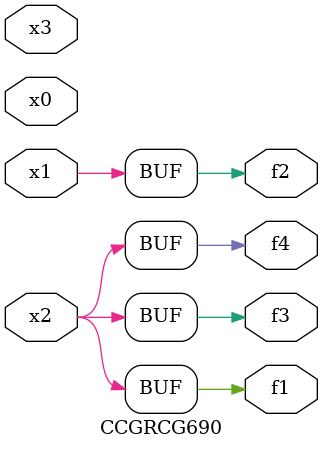
<source format=v>
module CCGRCG690(
	input x0, x1, x2, x3,
	output f1, f2, f3, f4
);
	assign f1 = x2;
	assign f2 = x1;
	assign f3 = x2;
	assign f4 = x2;
endmodule

</source>
